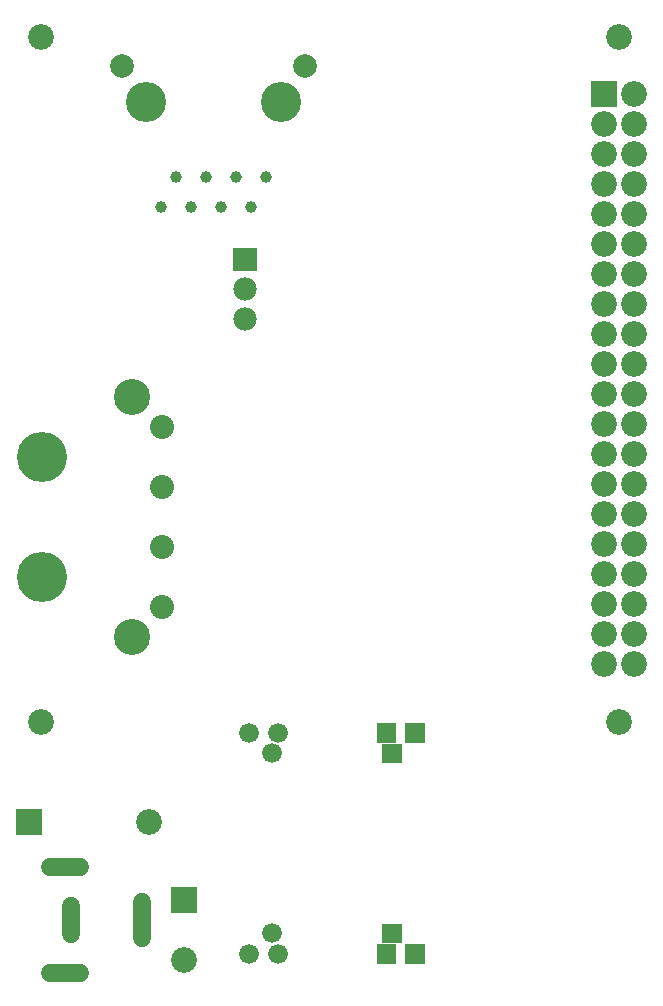
<source format=gbs>
G04 start of page 5 for group 9 layer_idx 9 *
G04 Title: Zuul, bottom_mask *
G04 Creator: pcb-rnd 2.1.1 *
G04 CreationDate: 2019-04-12 16:05:21 UTC *
G04 For:  *
G04 Format: Gerber/RS-274X *
G04 PCB-Dimensions: 220472 334646 *
G04 PCB-Coordinate-Origin: lower left *
%MOIN*%
%FSLAX25Y25*%
%LNBOTTOM_MASK*%
%ADD80C,0.0780*%
%ADD79C,0.0394*%
%ADD78C,0.0660*%
%ADD77C,0.1200*%
%ADD76C,0.0800*%
%ADD75C,0.0594*%
%ADD74C,0.1670*%
%ADD73C,0.0001*%
%ADD72C,0.0860*%
%ADD71C,0.1339*%
%ADD70C,0.0787*%
G54D70*X101806Y311161D03*
G54D71*X93794Y299153D03*
G54D72*X206693Y320866D03*
G54D73*G36*
X197393Y305993D02*X205993D01*
Y297393D01*
X197393D01*
Y305993D01*
G37*
G54D72*X201693Y291693D03*
X211693Y301693D03*
Y291693D03*
X201693Y271693D03*
Y261693D03*
Y251693D03*
X211693Y271693D03*
Y261693D03*
Y251693D03*
Y241693D03*
X201693D03*
Y231693D03*
X211693D03*
X201693Y221693D03*
X211693D03*
Y211693D03*
Y201693D03*
Y191693D03*
Y181693D03*
Y171693D03*
Y161693D03*
Y151693D03*
Y141693D03*
Y131693D03*
Y121693D03*
Y111693D03*
X201693Y211693D03*
Y201693D03*
Y191693D03*
Y181693D03*
Y171693D03*
Y161693D03*
Y151693D03*
Y141693D03*
Y131693D03*
Y121693D03*
Y111693D03*
X206693Y92520D03*
G54D73*G36*
X135224Y85480D02*Y92080D01*
X141824D01*
Y85480D01*
X135224D01*
G37*
G36*
X125775D02*Y92080D01*
X132375D01*
Y85480D01*
X125775D01*
G37*
G36*
X135224Y11700D02*Y18300D01*
X141824D01*
Y11700D01*
X135224D01*
G37*
G36*
X125775D02*Y18300D01*
X132375D01*
Y11700D01*
X125775D01*
G37*
G36*
X127665Y18590D02*Y25190D01*
X134265D01*
Y18590D01*
X127665D01*
G37*
G36*
Y78590D02*Y85190D01*
X134265D01*
Y78590D01*
X127665D01*
G37*
G54D70*X40782Y311161D03*
G54D72*X13780Y320866D03*
Y92520D03*
G54D74*X14112Y140589D03*
Y180589D03*
G54D73*G36*
X5543Y63355D02*X14143D01*
Y54755D01*
X5543D01*
Y63355D01*
G37*
G54D75*X17049Y44094D02*X26892D01*
X17049Y8661D02*X26892D01*
X24016Y30906D02*Y21850D01*
G54D71*X48794Y299153D03*
G54D76*X54112Y170589D03*
Y190589D03*
G54D77*X44112Y200589D03*
G54D76*X54112Y130589D03*
Y150589D03*
G54D77*X44112Y120589D03*
G54D72*X49843Y59055D03*
G54D78*X83406Y88780D03*
X92854D03*
X90965Y81890D03*
G54D73*G36*
X65894Y37292D02*Y28692D01*
X57294D01*
Y37292D01*
X65894D01*
G37*
G54D75*X47638Y20472D02*Y32283D01*
G54D72*X61594Y12992D03*
G54D78*X83406Y15000D03*
X92854D03*
X90965Y21890D03*
G54D79*X88794Y274153D03*
X78794D03*
X68794D03*
X58794D03*
G54D72*X201693Y281693D03*
X211693D03*
G54D79*X83794Y264153D03*
X73794D03*
X63794D03*
X53794D03*
G54D73*G36*
X77990Y242714D02*Y250514D01*
X85790D01*
Y242714D01*
X77990D01*
G37*
G54D80*X81890Y236614D03*
Y226614D03*
M02*

</source>
